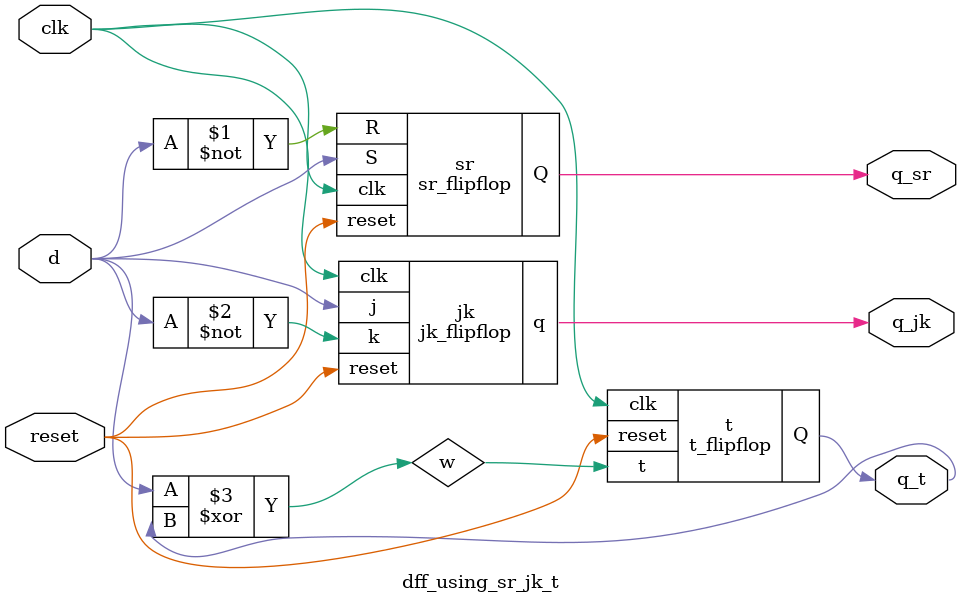
<source format=v>
module jk_flipflop(
    input j,k,clk,reset,
    output reg q
    );
    always@(posedge clk)
          begin
            if({reset})
            q <= 1'b0;
            else
                begin
                case({j,k})
                2'b00:q<=q;
                2'b01:q<=1'b0;
                2'b10:q<=1'b1;
                2'b11:q<=~q;
                endcase
                end          
         end
endmodule

//SR flipflop design
module sr_flipflop(
    input clk,reset,S,R, 
    output reg Q);
    
    always@(posedge clk)
          begin
            if(reset)
            Q <= 1'b0;
            else
                begin
                case({S,R})
                2'b00:Q<=Q;
                2'b01:Q<=1'b0;
                2'b10:Q<=1'b1;
                default: Q<= 2'bxx;
                endcase
                end          
         end
endmodule

//T flipflop design
module t_flipflop(
    input t,clk,reset,
    output reg Q
    );
    always@(posedge clk)
          begin
            if(reset)
               Q <= 1'b0;
            else
                begin
                   if(t)
                    Q<= ~Q;
                   else
                    Q<= Q;                     
                end
          end
endmodule

// Importing above flipflops to make D Flipflop
module dff_using_sr_jk_t(input clk, reset, d, output q_sr,q_jk,q_t );
  wire w;
  sr_flipflop sr(clk, reset, d, ~d, q_sr);
  jk_flipflop jk(d, ~d, clk, reset, q_jk);
  assign w= d^q_t;
  t_flipflop t(w,clk,reset,q_t);  
endmodule

</source>
